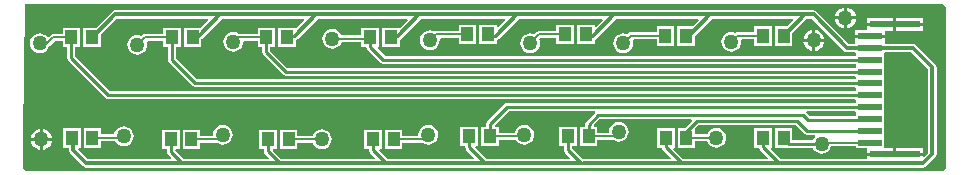
<source format=gtl>
G04 Layer_Physical_Order=1*
G04 Layer_Color=255*
%FSLAX43Y43*%
%MOMM*%
G71*
G01*
G75*
%ADD10R,1.100X1.250*%
%ADD11R,4.200X0.600*%
%ADD12R,2.000X0.600*%
%ADD13C,0.254*%
%ADD14C,0.300*%
%ADD15C,0.203*%
%ADD16C,0.200*%
%ADD17C,1.270*%
G36*
X130302Y90551D02*
Y76959D01*
X130051Y76708D01*
X52448D01*
X52173Y76983D01*
Y79522D01*
X52321Y90805D01*
X52382Y90866D01*
X129987D01*
X130302Y90551D01*
D02*
G37*
%LPC*%
G36*
X60706Y80471D02*
X60488Y80443D01*
X60285Y80358D01*
X60110Y80225D01*
X59977Y80050D01*
X59892Y79847D01*
X59887Y79808D01*
X58789D01*
Y80327D01*
X57289D01*
Y78677D01*
X58789D01*
Y79196D01*
X59986D01*
X60110Y79033D01*
X60285Y78900D01*
X60488Y78815D01*
X60706Y78787D01*
X60924Y78815D01*
X61127Y78900D01*
X61302Y79033D01*
X61435Y79208D01*
X61520Y79411D01*
X61548Y79629D01*
X61520Y79847D01*
X61435Y80050D01*
X61302Y80225D01*
X61127Y80358D01*
X60924Y80443D01*
X60706Y80471D01*
D02*
G37*
G36*
X86487Y80598D02*
X86269Y80570D01*
X86066Y80485D01*
X85891Y80352D01*
X85758Y80177D01*
X85673Y79974D01*
X85645Y79756D01*
X85579Y79681D01*
X84288D01*
Y80200D01*
X82788D01*
Y78550D01*
X84288D01*
Y79069D01*
X86011D01*
X86066Y79027D01*
X86269Y78942D01*
X86487Y78914D01*
X86705Y78942D01*
X86908Y79027D01*
X87083Y79160D01*
X87216Y79335D01*
X87301Y79538D01*
X87329Y79756D01*
X87301Y79974D01*
X87216Y80177D01*
X87083Y80352D01*
X86908Y80485D01*
X86705Y80570D01*
X86487Y80598D01*
D02*
G37*
G36*
X77470Y80217D02*
X77252Y80189D01*
X77049Y80104D01*
X76874Y79971D01*
X76741Y79796D01*
X76693Y79681D01*
X75398D01*
Y80200D01*
X73898D01*
Y78550D01*
X75398D01*
Y79069D01*
X76693D01*
X76741Y78954D01*
X76874Y78779D01*
X77049Y78646D01*
X77252Y78561D01*
X77470Y78533D01*
X77688Y78561D01*
X77891Y78646D01*
X78066Y78779D01*
X78199Y78954D01*
X78284Y79157D01*
X78312Y79375D01*
X78284Y79593D01*
X78199Y79796D01*
X78066Y79971D01*
X77891Y80104D01*
X77688Y80189D01*
X77470Y80217D01*
D02*
G37*
G36*
X120006Y87630D02*
X119253D01*
Y86877D01*
X119358Y86891D01*
X119574Y86980D01*
X119760Y87123D01*
X119903Y87309D01*
X119992Y87525D01*
X120006Y87630D01*
D02*
G37*
G36*
X118999D02*
X118246D01*
X118260Y87525D01*
X118349Y87309D01*
X118492Y87123D01*
X118678Y86980D01*
X118894Y86891D01*
X118999Y86877D01*
Y87630D01*
D02*
G37*
G36*
X119098Y90301D02*
X59944D01*
X59807Y90274D01*
X59692Y90196D01*
X58331Y88836D01*
X57261D01*
Y87186D01*
X58761D01*
Y88256D01*
X60092Y89587D01*
X67807D01*
X67855Y89470D01*
X67221Y88836D01*
X65770D01*
Y87186D01*
X67270D01*
Y87879D01*
X67280Y87886D01*
X68982Y89587D01*
X75935D01*
X75983Y89470D01*
X75387Y88874D01*
X75271Y88836D01*
Y88836D01*
X75271Y88836D01*
X73771D01*
Y87186D01*
X75271D01*
Y87804D01*
X75293Y87808D01*
X75408Y87886D01*
X77110Y89587D01*
X84698D01*
X84746Y89470D01*
X84167Y88891D01*
X84062Y88836D01*
Y88836D01*
X84062Y88836D01*
X82562D01*
Y87186D01*
X84062D01*
Y87813D01*
X84171Y87886D01*
X85873Y89587D01*
X92953D01*
X93001Y89470D01*
X92406Y88875D01*
X92289Y88924D01*
Y89090D01*
X90789D01*
Y87440D01*
X92289D01*
Y87804D01*
X92311Y87808D01*
X92426Y87886D01*
X94128Y89587D01*
X101208D01*
X101256Y89470D01*
X100689Y88903D01*
X100572Y88952D01*
Y89090D01*
X99072D01*
Y87440D01*
X100572D01*
Y87813D01*
X100681Y87886D01*
X102383Y89587D01*
X109336D01*
X109384Y89470D01*
X108877Y88963D01*
X107553D01*
Y87313D01*
X109053D01*
Y88129D01*
X110511Y89587D01*
X117337D01*
X117385Y89470D01*
X116878Y88963D01*
X115808D01*
Y87313D01*
X117308D01*
Y88383D01*
X118512Y89587D01*
X118950D01*
X121685Y86853D01*
X121800Y86775D01*
X121937Y86748D01*
X122594D01*
X122684Y86658D01*
Y86528D01*
X122594Y86438D01*
X82816D01*
X82186Y87069D01*
X82234Y87186D01*
X82312D01*
Y88836D01*
X80812D01*
Y88190D01*
X79136D01*
X79088Y88305D01*
X78955Y88480D01*
X78780Y88613D01*
X78577Y88698D01*
X78359Y88726D01*
X78141Y88698D01*
X77938Y88613D01*
X77763Y88480D01*
X77630Y88305D01*
X77545Y88102D01*
X77517Y87884D01*
X77545Y87666D01*
X77630Y87463D01*
X77763Y87288D01*
X77938Y87155D01*
X78141Y87070D01*
X78359Y87042D01*
X78577Y87070D01*
X78780Y87155D01*
X78955Y87288D01*
X79088Y87463D01*
X79136Y87578D01*
X80812D01*
Y87186D01*
X81236D01*
X81254Y87093D01*
X81326Y86985D01*
X82442Y85869D01*
X82550Y85797D01*
X82678Y85772D01*
X122684D01*
Y85438D01*
X74545D01*
X73104Y86879D01*
Y87186D01*
X73521D01*
Y88836D01*
X72021D01*
Y88317D01*
X70453D01*
X70398Y88359D01*
X70195Y88444D01*
X69977Y88472D01*
X69759Y88444D01*
X69556Y88359D01*
X69381Y88226D01*
X69248Y88051D01*
X69163Y87848D01*
X69135Y87630D01*
X69163Y87412D01*
X69248Y87209D01*
X69381Y87034D01*
X69556Y86901D01*
X69759Y86816D01*
X69977Y86788D01*
X70195Y86816D01*
X70398Y86901D01*
X70573Y87034D01*
X70706Y87209D01*
X70791Y87412D01*
X70819Y87630D01*
X70885Y87705D01*
X72021D01*
Y87186D01*
X72438D01*
Y86741D01*
X72463Y86613D01*
X72535Y86505D01*
X74171Y84869D01*
X74279Y84797D01*
X74407Y84772D01*
X122594D01*
X122684Y84682D01*
Y84605D01*
X122610Y84509D01*
X66839D01*
X65103Y86244D01*
Y87186D01*
X65520D01*
Y88836D01*
X64020D01*
Y88317D01*
X62484D01*
X62367Y88294D01*
X62268Y88227D01*
X62268Y88227D01*
X62182Y88142D01*
X62067Y88190D01*
X61849Y88218D01*
X61631Y88190D01*
X61428Y88105D01*
X61253Y87972D01*
X61120Y87797D01*
X61035Y87594D01*
X61007Y87376D01*
X61035Y87158D01*
X61120Y86955D01*
X61253Y86780D01*
X61428Y86647D01*
X61631Y86562D01*
X61849Y86534D01*
X62067Y86562D01*
X62270Y86647D01*
X62445Y86780D01*
X62578Y86955D01*
X62663Y87158D01*
X62691Y87376D01*
X62665Y87578D01*
X62679Y87627D01*
X62731Y87705D01*
X64020D01*
Y87186D01*
X64437D01*
Y86106D01*
X64462Y85978D01*
X64534Y85870D01*
X66465Y83939D01*
X66573Y83867D01*
X66701Y83842D01*
X122594D01*
X122684Y83752D01*
X122684Y83605D01*
Y83528D01*
X122594Y83438D01*
X59527D01*
X56594Y86371D01*
Y87186D01*
X57011D01*
Y88836D01*
X55511D01*
Y88317D01*
X54737D01*
X54737Y88317D01*
X54620Y88294D01*
X54521Y88227D01*
X54521Y88227D01*
X54346Y88052D01*
X54219Y88060D01*
X54190Y88099D01*
X54015Y88232D01*
X53812Y88317D01*
X53594Y88345D01*
X53376Y88317D01*
X53173Y88232D01*
X52998Y88099D01*
X52865Y87924D01*
X52780Y87721D01*
X52752Y87503D01*
X52780Y87285D01*
X52865Y87082D01*
X52998Y86907D01*
X53173Y86774D01*
X53376Y86689D01*
X53594Y86661D01*
X53812Y86689D01*
X54015Y86774D01*
X54190Y86907D01*
X54323Y87082D01*
X54394Y87252D01*
X54445Y87287D01*
X54864Y87705D01*
X55511D01*
Y87186D01*
X55928D01*
Y86233D01*
X55953Y86105D01*
X56025Y85997D01*
X59153Y82869D01*
X59261Y82797D01*
X59389Y82772D01*
X122594D01*
X122684Y82682D01*
Y82528D01*
X122594Y82438D01*
X93154D01*
X93026Y82413D01*
X92918Y82341D01*
X91458Y80881D01*
X91386Y80773D01*
X91361Y80645D01*
Y80454D01*
X90944D01*
Y78804D01*
X92444D01*
Y79323D01*
X93895D01*
X94019Y79160D01*
X94194Y79027D01*
X94397Y78942D01*
X94615Y78914D01*
X94833Y78942D01*
X95036Y79027D01*
X95211Y79160D01*
X95344Y79335D01*
X95429Y79538D01*
X95457Y79756D01*
X95429Y79974D01*
X95344Y80177D01*
X95211Y80352D01*
X95036Y80485D01*
X94833Y80570D01*
X94615Y80598D01*
X94397Y80570D01*
X94194Y80485D01*
X94019Y80352D01*
X93886Y80177D01*
X93801Y79974D01*
X93796Y79935D01*
X92444D01*
Y80454D01*
X92154D01*
X92102Y80581D01*
X93292Y81772D01*
X100566D01*
X100605Y81645D01*
X100602Y81643D01*
X99812Y80853D01*
X99740Y80745D01*
X99715Y80617D01*
Y80454D01*
X99298D01*
Y78804D01*
X100798D01*
Y79323D01*
X102140D01*
X102195Y79281D01*
X102398Y79196D01*
X102616Y79168D01*
X102834Y79196D01*
X103037Y79281D01*
X103212Y79414D01*
X103345Y79589D01*
X103430Y79792D01*
X103458Y80010D01*
X103430Y80228D01*
X103345Y80431D01*
X103212Y80606D01*
X103037Y80739D01*
X102834Y80824D01*
X102616Y80852D01*
X102398Y80824D01*
X102195Y80739D01*
X102020Y80606D01*
X101887Y80431D01*
X101802Y80228D01*
X101774Y80010D01*
X101708Y79935D01*
X100798D01*
Y80454D01*
X100536D01*
X100484Y80581D01*
X100976Y81074D01*
X108757D01*
X108806Y80956D01*
X108176Y80327D01*
X107581D01*
Y78677D01*
X109081D01*
Y79196D01*
X110094D01*
X110142Y79081D01*
X110275Y78906D01*
X110450Y78773D01*
X110653Y78688D01*
X110871Y78660D01*
X111089Y78688D01*
X111292Y78773D01*
X111467Y78906D01*
X111600Y79081D01*
X111685Y79284D01*
X111713Y79502D01*
X111685Y79720D01*
X111600Y79923D01*
X111467Y80098D01*
X111292Y80231D01*
X111089Y80316D01*
X110871Y80344D01*
X110653Y80316D01*
X110450Y80231D01*
X110275Y80098D01*
X110142Y79923D01*
X110094Y79808D01*
X109081D01*
Y80288D01*
X109358Y80566D01*
X117591D01*
X118287Y79869D01*
X118395Y79797D01*
X118523Y79772D01*
X119189D01*
X119232Y79645D01*
X119183Y79607D01*
X119049Y79433D01*
X119013Y79345D01*
X117308D01*
Y80327D01*
X115808D01*
Y78677D01*
X117308D01*
Y78678D01*
X119013D01*
X119049Y78590D01*
X119183Y78416D01*
X119357Y78282D01*
X119561Y78198D01*
X119779Y78169D01*
X119996Y78198D01*
X120200Y78282D01*
X120374Y78416D01*
X120508Y78590D01*
X120592Y78794D01*
X120593Y78799D01*
X122684D01*
Y78605D01*
X123630D01*
Y78232D01*
X125857D01*
Y78659D01*
X125084D01*
Y79605D01*
X125084D01*
Y79605D01*
X125084D01*
Y80605D01*
Y81478D01*
X125084Y81605D01*
X125084Y81732D01*
Y82478D01*
X125084Y82605D01*
X125084Y82732D01*
Y83478D01*
X125084Y83605D01*
X125084Y83732D01*
Y84478D01*
X125084Y84605D01*
X125084Y84732D01*
Y85605D01*
X125084Y86658D01*
X125174Y86748D01*
X127377D01*
X128802Y85323D01*
Y78253D01*
X128455Y77906D01*
X128338Y77955D01*
Y77978D01*
X125984D01*
X123630D01*
Y77700D01*
X116320D01*
X115460Y78560D01*
X115508Y78677D01*
X115558D01*
Y80327D01*
X114058D01*
Y78677D01*
X114487D01*
X114500Y78612D01*
X114572Y78504D01*
X115259Y77817D01*
X115211Y77700D01*
X108077D01*
X108067Y77698D01*
X107205Y78560D01*
X107253Y78677D01*
X107331D01*
Y80327D01*
X105831D01*
Y78677D01*
X106255D01*
X106273Y78584D01*
X106345Y78476D01*
X107004Y77817D01*
X106956Y77700D01*
X99695D01*
X99579Y77677D01*
X98631Y78624D01*
Y78804D01*
X99048D01*
Y80454D01*
X97548D01*
Y78804D01*
X97965D01*
Y78486D01*
X97990Y78358D01*
X98062Y78250D01*
X98495Y77817D01*
X98447Y77700D01*
X91440D01*
X91430Y77698D01*
X90441Y78687D01*
X90489Y78804D01*
X90694D01*
Y80454D01*
X89194D01*
Y78804D01*
X89611D01*
Y78712D01*
X89636Y78584D01*
X89708Y78476D01*
X90367Y77817D01*
X90319Y77700D01*
X83044D01*
X83040Y77706D01*
X82313Y78433D01*
X82361Y78550D01*
X82538D01*
Y80200D01*
X81038D01*
Y78550D01*
X81455D01*
Y78486D01*
X81480Y78358D01*
X81552Y78250D01*
X81985Y77817D01*
X81937Y77700D01*
X74029D01*
X73306Y78423D01*
X73358Y78550D01*
X73648D01*
Y80200D01*
X72148D01*
Y78550D01*
X72565D01*
Y78359D01*
X72590Y78231D01*
X72662Y78123D01*
X72968Y77817D01*
X72920Y77700D01*
X65774D01*
X65050Y78423D01*
X65103Y78550D01*
X65421D01*
Y80200D01*
X63921D01*
Y78550D01*
X64338D01*
Y78331D01*
X64363Y78203D01*
X64435Y78095D01*
X64713Y77817D01*
X64665Y77700D01*
X57679D01*
X56829Y78550D01*
X56881Y78677D01*
X57039D01*
Y80327D01*
X55539D01*
Y78677D01*
X56031D01*
Y78486D01*
X56058Y78349D01*
X56136Y78234D01*
X57279Y77091D01*
X57394Y77013D01*
X57531Y76986D01*
X91313D01*
X91377Y76999D01*
X91440Y76986D01*
X99441D01*
X99559Y77010D01*
X99577D01*
X99695Y76986D01*
X107950D01*
X108013Y76999D01*
X108077Y76986D01*
X128397D01*
X128534Y77013D01*
X128649Y77091D01*
X129411Y77853D01*
X129489Y77968D01*
X129516Y78105D01*
Y85471D01*
X129489Y85608D01*
X129411Y85723D01*
X127777Y87357D01*
X127662Y87435D01*
X127525Y87462D01*
X125228D01*
X125138Y87551D01*
Y87978D01*
X123884D01*
X122630D01*
Y87551D01*
X122540Y87462D01*
X122085D01*
X119350Y90196D01*
X119235Y90274D01*
X119098Y90301D01*
D02*
G37*
G36*
X54601Y79248D02*
X53848D01*
Y78495D01*
X53953Y78509D01*
X54169Y78598D01*
X54355Y78741D01*
X54498Y78927D01*
X54587Y79143D01*
X54601Y79248D01*
D02*
G37*
G36*
X53594D02*
X52841D01*
X52855Y79143D01*
X52944Y78927D01*
X53087Y78741D01*
X53273Y78598D01*
X53489Y78509D01*
X53594Y78495D01*
Y79248D01*
D02*
G37*
G36*
X128338Y78659D02*
X126111D01*
Y78232D01*
X128338D01*
Y78659D01*
D02*
G37*
G36*
X69088Y80598D02*
X68870Y80570D01*
X68667Y80485D01*
X68492Y80352D01*
X68359Y80177D01*
X68274Y79974D01*
X68246Y79756D01*
X68180Y79681D01*
X67171D01*
Y80200D01*
X65671D01*
Y78550D01*
X67171D01*
Y79069D01*
X68612D01*
X68667Y79027D01*
X68870Y78942D01*
X69088Y78914D01*
X69306Y78942D01*
X69509Y79027D01*
X69684Y79160D01*
X69817Y79335D01*
X69902Y79538D01*
X69930Y79756D01*
X69902Y79974D01*
X69817Y80177D01*
X69684Y80352D01*
X69509Y80485D01*
X69306Y80570D01*
X69088Y80598D01*
D02*
G37*
G36*
X53848Y80255D02*
Y79502D01*
X54601D01*
X54587Y79607D01*
X54498Y79823D01*
X54355Y80009D01*
X54169Y80152D01*
X53953Y80241D01*
X53848Y80255D01*
D02*
G37*
G36*
X53594D02*
X53489Y80241D01*
X53273Y80152D01*
X53087Y80009D01*
X52944Y79823D01*
X52855Y79607D01*
X52841Y79502D01*
X53594D01*
Y80255D01*
D02*
G37*
G36*
X118999Y88637D02*
X118894Y88623D01*
X118678Y88534D01*
X118492Y88391D01*
X118349Y88205D01*
X118260Y87989D01*
X118246Y87884D01*
X118999D01*
Y88637D01*
D02*
G37*
G36*
X122673Y89535D02*
X121920D01*
Y88782D01*
X122025Y88796D01*
X122241Y88885D01*
X122427Y89028D01*
X122570Y89214D01*
X122659Y89430D01*
X122673Y89535D01*
D02*
G37*
G36*
X121666D02*
X120913D01*
X120927Y89430D01*
X121016Y89214D01*
X121159Y89028D01*
X121345Y88885D01*
X121561Y88796D01*
X121666Y88782D01*
Y89535D01*
D02*
G37*
G36*
X90539Y89090D02*
X89039D01*
Y88571D01*
X87122D01*
X87122Y88571D01*
X87005Y88548D01*
X86960Y88518D01*
X86832Y88571D01*
X86614Y88599D01*
X86396Y88571D01*
X86193Y88486D01*
X86018Y88353D01*
X85885Y88178D01*
X85800Y87975D01*
X85772Y87757D01*
X85800Y87539D01*
X85885Y87336D01*
X86018Y87161D01*
X86193Y87028D01*
X86396Y86943D01*
X86614Y86915D01*
X86832Y86943D01*
X87035Y87028D01*
X87210Y87161D01*
X87343Y87336D01*
X87428Y87539D01*
X87456Y87757D01*
X87442Y87864D01*
X87526Y87959D01*
X89039D01*
Y87440D01*
X90539D01*
Y89090D01*
D02*
G37*
G36*
X125857Y89659D02*
X123630D01*
Y89232D01*
X125857D01*
Y89659D01*
D02*
G37*
G36*
X121920Y90542D02*
Y89789D01*
X122673D01*
X122659Y89894D01*
X122570Y90110D01*
X122427Y90296D01*
X122241Y90439D01*
X122025Y90528D01*
X121920Y90542D01*
D02*
G37*
G36*
X121666D02*
X121561Y90528D01*
X121345Y90439D01*
X121159Y90296D01*
X121016Y90110D01*
X120927Y89894D01*
X120913Y89789D01*
X121666D01*
Y90542D01*
D02*
G37*
G36*
X128338Y89659D02*
X126111D01*
Y89232D01*
X128338D01*
Y89659D01*
D02*
G37*
G36*
X119253Y88637D02*
Y87884D01*
X120006D01*
X119992Y87989D01*
X119903Y88205D01*
X119760Y88391D01*
X119574Y88534D01*
X119358Y88623D01*
X119253Y88637D01*
D02*
G37*
G36*
X107303Y88963D02*
X105803D01*
Y88444D01*
X103632D01*
X103515Y88421D01*
X103416Y88354D01*
X103416Y88354D01*
X103330Y88269D01*
X103215Y88317D01*
X102997Y88345D01*
X102779Y88317D01*
X102576Y88232D01*
X102401Y88099D01*
X102268Y87924D01*
X102183Y87721D01*
X102155Y87503D01*
X102183Y87285D01*
X102268Y87082D01*
X102401Y86907D01*
X102576Y86774D01*
X102779Y86689D01*
X102997Y86661D01*
X103215Y86689D01*
X103418Y86774D01*
X103593Y86907D01*
X103726Y87082D01*
X103811Y87285D01*
X103839Y87503D01*
X103813Y87705D01*
X103827Y87754D01*
X103879Y87832D01*
X105803D01*
Y87313D01*
X107303D01*
Y88963D01*
D02*
G37*
G36*
X125857Y88978D02*
X123630D01*
Y88659D01*
X122630D01*
Y88232D01*
X123884D01*
X125138D01*
Y88551D01*
X125857D01*
Y88978D01*
D02*
G37*
G36*
X128338D02*
X126111D01*
Y88551D01*
X128338D01*
Y88978D01*
D02*
G37*
G36*
X115558Y88963D02*
X114058D01*
Y88444D01*
X112649D01*
X112649Y88444D01*
X112532Y88421D01*
X112487Y88391D01*
X112359Y88444D01*
X112141Y88472D01*
X111923Y88444D01*
X111720Y88359D01*
X111545Y88226D01*
X111412Y88051D01*
X111327Y87848D01*
X111299Y87630D01*
X111327Y87412D01*
X111412Y87209D01*
X111545Y87034D01*
X111720Y86901D01*
X111923Y86816D01*
X112141Y86788D01*
X112359Y86816D01*
X112562Y86901D01*
X112737Y87034D01*
X112870Y87209D01*
X112955Y87412D01*
X112983Y87630D01*
X112969Y87737D01*
X113053Y87832D01*
X114058D01*
Y87313D01*
X115558D01*
Y88963D01*
D02*
G37*
G36*
X98822Y89090D02*
X97322D01*
Y88571D01*
X95885D01*
X95768Y88548D01*
X95669Y88481D01*
X95456Y88269D01*
X95341Y88317D01*
X95123Y88345D01*
X94905Y88317D01*
X94702Y88232D01*
X94527Y88099D01*
X94394Y87924D01*
X94309Y87721D01*
X94281Y87503D01*
X94309Y87285D01*
X94394Y87082D01*
X94527Y86907D01*
X94702Y86774D01*
X94905Y86689D01*
X95123Y86661D01*
X95341Y86689D01*
X95544Y86774D01*
X95719Y86907D01*
X95852Y87082D01*
X95937Y87285D01*
X95965Y87503D01*
X95937Y87721D01*
X95889Y87836D01*
X96012Y87959D01*
X97322D01*
Y87440D01*
X98822D01*
Y89090D01*
D02*
G37*
%LPD*%
G36*
X122684Y81682D02*
Y81605D01*
X122684Y81460D01*
X122594Y81370D01*
X118767D01*
X118493Y81645D01*
X118497Y81683D01*
X118536Y81772D01*
X122594D01*
X122684Y81682D01*
D02*
G37*
D10*
X114808Y88138D02*
D03*
X116558D02*
D03*
X106553D02*
D03*
X108303D02*
D03*
X98072Y88265D02*
D03*
X99822D02*
D03*
X89789D02*
D03*
X91539D02*
D03*
X81562Y88011D02*
D03*
X83312D02*
D03*
X72771D02*
D03*
X74521D02*
D03*
X64770D02*
D03*
X66520D02*
D03*
X56261D02*
D03*
X58011D02*
D03*
X74648Y79375D02*
D03*
X72898D02*
D03*
X58039Y79502D02*
D03*
X56289D02*
D03*
X100048Y79629D02*
D03*
X98298D02*
D03*
X116558Y79502D02*
D03*
X114808D02*
D03*
X83538Y79375D02*
D03*
X81788D02*
D03*
X66421D02*
D03*
X64671D02*
D03*
X91694Y79629D02*
D03*
X89944D02*
D03*
X108331Y79502D02*
D03*
X106581D02*
D03*
D11*
X125984Y78105D02*
D03*
Y89105D02*
D03*
D12*
X123884Y79105D02*
D03*
Y80105D02*
D03*
Y81105D02*
D03*
Y82105D02*
D03*
Y83105D02*
D03*
Y84105D02*
D03*
Y85105D02*
D03*
Y86105D02*
D03*
Y87105D02*
D03*
Y88105D02*
D03*
D13*
X99822Y88138D02*
X100429D01*
X83284D02*
X83919D01*
X100838Y81407D02*
X118237D01*
X100048Y80617D02*
X100838Y81407D01*
X100048Y79629D02*
Y80617D01*
X91694Y79629D02*
Y80645D01*
X93154Y82105D01*
X56261Y86233D02*
Y88011D01*
Y86233D02*
X59389Y83105D01*
X123884D01*
X123814Y84175D02*
X123884Y84105D01*
X66701Y84175D02*
X123814D01*
X64770Y86106D02*
X66701Y84175D01*
X64770Y86106D02*
Y88011D01*
X74407Y85105D02*
X123884D01*
X72771Y86741D02*
X74407Y85105D01*
X72771Y86741D02*
Y88011D01*
X82678Y86105D02*
X123884D01*
X81562Y87221D02*
X82678Y86105D01*
X81562Y87221D02*
Y88011D01*
X93154Y82105D02*
X123884D01*
X118248Y81418D02*
X118629Y81037D01*
X118237Y81407D02*
X118248Y81418D01*
X123884Y81105D02*
X123952Y81037D01*
X74676Y88138D02*
X75156D01*
X91567D02*
X92174D01*
X66548D02*
X67028D01*
X118523Y80105D02*
X123884D01*
X117729Y80899D02*
X118523Y80105D01*
X109220Y80899D02*
X117729D01*
X108331Y79502D02*
Y80010D01*
X109220Y80899D01*
X64671Y78331D02*
Y79375D01*
Y78331D02*
X65659Y77343D01*
X72898Y78359D02*
Y79375D01*
Y78359D02*
X73914Y77343D01*
X81788Y78486D02*
Y79375D01*
Y78486D02*
X82804Y77470D01*
Y77343D02*
Y77470D01*
X89944Y78712D02*
Y79629D01*
Y78712D02*
X91313Y77343D01*
X91440D01*
X98298Y78486D02*
Y79629D01*
Y78486D02*
X99441Y77343D01*
X99695D01*
X106581Y78712D02*
Y79502D01*
Y78712D02*
X107950Y77343D01*
X108077D01*
X114808Y78740D02*
Y79502D01*
Y78740D02*
X116205Y77343D01*
X118629Y81037D02*
X123952D01*
X117049Y79011D02*
X119779D01*
X116558Y79502D02*
X117049Y79011D01*
D14*
X123884Y87105D02*
X127525D01*
X58138Y88138D02*
X59944Y89944D01*
X100429Y88138D02*
X102235Y89944D01*
X110363D01*
X93980D02*
X102235D01*
X85725D02*
X93980D01*
X92174Y88138D02*
X93980Y89944D01*
X76962D02*
X85725D01*
X83919Y88138D02*
X85725Y89944D01*
X68834D02*
X76962D01*
X75156Y88138D02*
X76962Y89944D01*
X59944D02*
X68834D01*
X67028Y88138D02*
X68834Y89944D01*
X110363D02*
X118364D01*
X108557Y88138D02*
X110363Y89944D01*
X118364D02*
X119098D01*
X116558Y88138D02*
X118364Y89944D01*
X121937Y87105D02*
X123884D01*
X119098Y89944D02*
X121937Y87105D01*
X127525D02*
X129159Y85471D01*
Y78105D02*
Y85471D01*
X128397Y77343D02*
X129159Y78105D01*
X56388Y78486D02*
X57531Y77343D01*
X56388Y78486D02*
Y79375D01*
X57531Y77343D02*
X65659D01*
X73914D01*
X82804D01*
X91313D01*
X91440D02*
X99441D01*
X99695D02*
X107950D01*
X108077D02*
X116205D01*
X128397D01*
D15*
X108303Y88138D02*
X108557D01*
X116177D02*
X116558D01*
D16*
X53594Y87503D02*
X54229D01*
X54737Y88011D01*
X56261D01*
X60579Y79502D02*
X60706Y79629D01*
X58039Y79502D02*
X60579D01*
X61849Y87376D02*
X62484Y88011D01*
X64770D01*
X68707Y79375D02*
X69088Y79756D01*
X66421Y79375D02*
X68707D01*
X69977Y87630D02*
X70358Y88011D01*
X72771D01*
X74648Y79375D02*
X77470D01*
X78359Y87884D02*
X81435D01*
X81562Y88011D01*
X86106Y79375D02*
X86487Y79756D01*
X83538Y79375D02*
X86106D01*
X86614Y87757D02*
X87122Y88265D01*
X89789D01*
X94488Y79629D02*
X94615Y79756D01*
X91694Y79629D02*
X94488D01*
X95123Y87503D02*
X95885Y88265D01*
X98072D01*
X102235Y79629D02*
X102616Y80010D01*
X100048Y79629D02*
X102235D01*
X102997Y87503D02*
X103632Y88138D01*
X106553D01*
X112141Y87630D02*
X112649Y88138D01*
X114808D01*
X108331Y79502D02*
X110871D01*
X119872Y79105D02*
X123884D01*
X119779Y79011D02*
X119872Y79105D01*
D17*
X119779Y79011D02*
D03*
X110871Y79502D02*
D03*
X112141Y87630D02*
D03*
X102997Y87503D02*
D03*
X102616Y80010D02*
D03*
X94615Y79756D02*
D03*
X95123Y87503D02*
D03*
X86487Y79756D02*
D03*
X86614Y87757D02*
D03*
X78359Y87884D02*
D03*
X77470Y79375D02*
D03*
X69088Y79756D02*
D03*
X69977Y87630D02*
D03*
X61849Y87376D02*
D03*
X60706Y79629D02*
D03*
X53594Y87503D02*
D03*
X53721Y79375D02*
D03*
X119126Y87757D02*
D03*
X121793Y89662D02*
D03*
M02*

</source>
